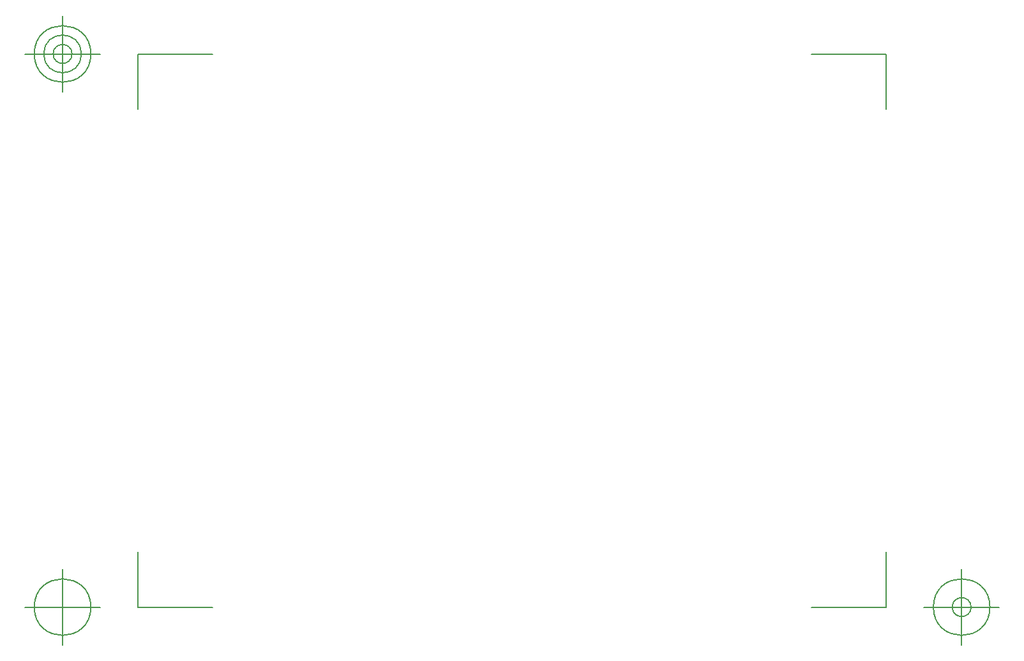
<source format=gbr>
G04 Generated by Ultiboard 14.2 *
%FSLAX34Y34*%
%MOMM*%

%ADD10C,0.0001*%
%ADD11C,0.1270*%


G04 ColorRGB FF14FF for the following layer *
%LNSilkscreen Bottom*%
%LPD*%
G54D10*
G54D11*
X-2543Y-2540D02*
X-2543Y70866D01*
X-2543Y-2540D02*
X96695Y-2540D01*
X989840Y-2540D02*
X890602Y-2540D01*
X989840Y-2540D02*
X989840Y70866D01*
X989840Y731525D02*
X989840Y658118D01*
X989840Y731525D02*
X890602Y731525D01*
X-2543Y731525D02*
X96695Y731525D01*
X-2543Y731525D02*
X-2543Y658118D01*
X-52543Y-2540D02*
X-152543Y-2540D01*
X-102543Y-52540D02*
X-102543Y47460D01*
X-140043Y-2540D02*
G75*
D01*
G02X-140043Y-2540I37500J0*
G01*
X1039840Y-2540D02*
X1139840Y-2540D01*
X1089840Y-52540D02*
X1089840Y47460D01*
X1052340Y-2540D02*
G75*
D01*
G02X1052340Y-2540I37500J0*
G01*
X1077340Y-2540D02*
G75*
D01*
G02X1077340Y-2540I12500J0*
G01*
X-52543Y731525D02*
X-152543Y731525D01*
X-102543Y681525D02*
X-102543Y781525D01*
X-140043Y731525D02*
G75*
D01*
G02X-140043Y731525I37500J0*
G01*
X-127543Y731525D02*
G75*
D01*
G02X-127543Y731525I25000J0*
G01*
X-115043Y731525D02*
G75*
D01*
G02X-115043Y731525I12500J0*
G01*

M02*

</source>
